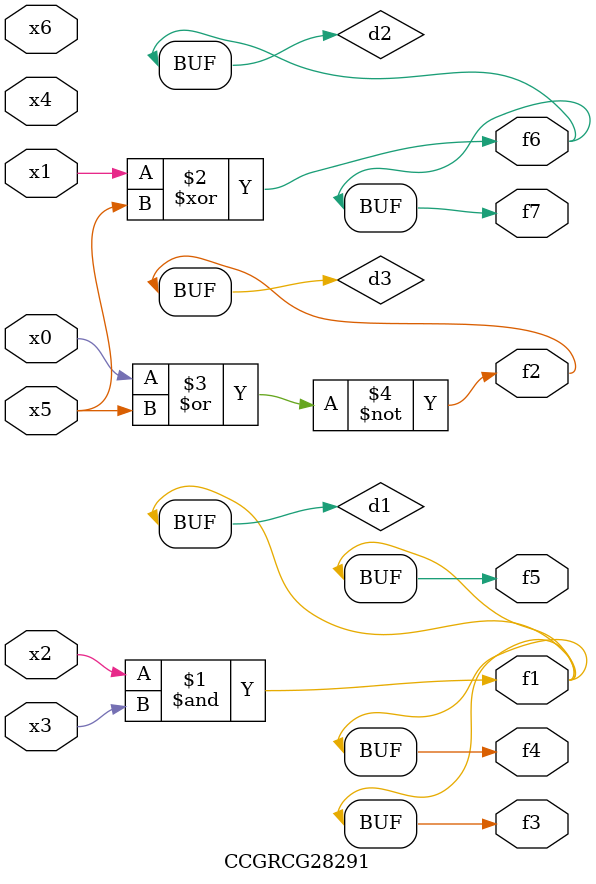
<source format=v>
module CCGRCG28291(
	input x0, x1, x2, x3, x4, x5, x6,
	output f1, f2, f3, f4, f5, f6, f7
);

	wire d1, d2, d3;

	and (d1, x2, x3);
	xor (d2, x1, x5);
	nor (d3, x0, x5);
	assign f1 = d1;
	assign f2 = d3;
	assign f3 = d1;
	assign f4 = d1;
	assign f5 = d1;
	assign f6 = d2;
	assign f7 = d2;
endmodule

</source>
